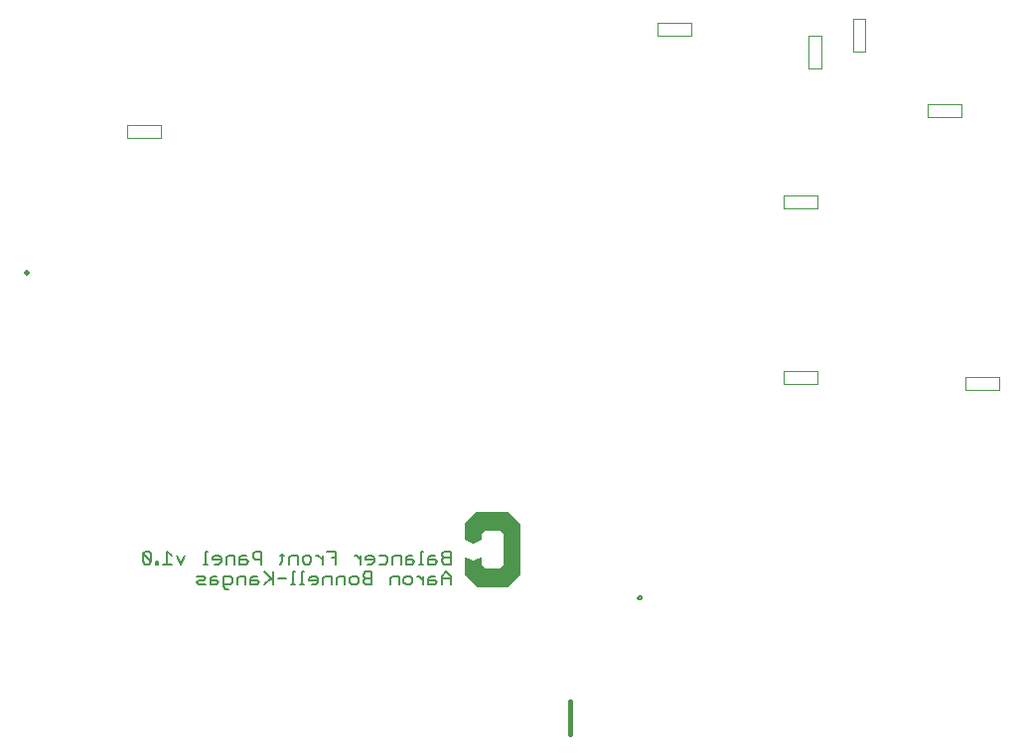
<source format=gbo>
G75*
G70*
%OFA0B0*%
%FSLAX24Y24*%
%IPPOS*%
%LPD*%
%AMOC8*
5,1,8,0,0,1.08239X$1,22.5*
%
%ADD10C,0.0060*%
%ADD11C,0.0039*%
%ADD12C,0.0050*%
%ADD13C,0.0004*%
%ADD14C,0.0150*%
D10*
X007852Y007055D02*
X007924Y007127D01*
X008068Y007127D01*
X008140Y007199D01*
X008068Y007271D01*
X007852Y007271D01*
X007852Y007055D02*
X007924Y006983D01*
X008140Y006983D01*
X008305Y006983D02*
X008305Y007199D01*
X008377Y007271D01*
X008521Y007271D01*
X008521Y007127D02*
X008305Y007127D01*
X008305Y006983D02*
X008521Y006983D01*
X008593Y007055D01*
X008521Y007127D01*
X008758Y007271D02*
X008974Y007271D01*
X009046Y007199D01*
X009046Y007055D01*
X008974Y006983D01*
X008758Y006983D01*
X008758Y006911D02*
X008758Y007271D01*
X008758Y006911D02*
X008830Y006838D01*
X008902Y006838D01*
X009211Y006983D02*
X009211Y007199D01*
X009283Y007271D01*
X009499Y007271D01*
X009499Y006983D01*
X009664Y006983D02*
X009880Y006983D01*
X009952Y007055D01*
X009880Y007127D01*
X009664Y007127D01*
X009664Y007199D02*
X009664Y006983D01*
X009664Y007199D02*
X009736Y007271D01*
X009880Y007271D01*
X010117Y007415D02*
X010405Y007127D01*
X010333Y007199D02*
X010117Y006983D01*
X010405Y006983D02*
X010405Y007415D01*
X010570Y007199D02*
X010859Y007199D01*
X011016Y006983D02*
X011161Y006983D01*
X011089Y006983D02*
X011089Y007415D01*
X011161Y007415D01*
X011391Y007415D02*
X011391Y006983D01*
X011463Y006983D02*
X011319Y006983D01*
X011628Y007127D02*
X011916Y007127D01*
X011916Y007055D02*
X011916Y007199D01*
X011844Y007271D01*
X011700Y007271D01*
X011628Y007199D01*
X011628Y007127D01*
X011700Y006983D02*
X011844Y006983D01*
X011916Y007055D01*
X012081Y006983D02*
X012081Y007199D01*
X012153Y007271D01*
X012369Y007271D01*
X012369Y006983D01*
X012534Y006983D02*
X012534Y007199D01*
X012606Y007271D01*
X012822Y007271D01*
X012822Y006983D01*
X012987Y007055D02*
X012987Y007199D01*
X013059Y007271D01*
X013203Y007271D01*
X013275Y007199D01*
X013275Y007055D01*
X013203Y006983D01*
X013059Y006983D01*
X012987Y007055D01*
X013440Y007055D02*
X013512Y006983D01*
X013728Y006983D01*
X013728Y007415D01*
X013512Y007415D01*
X013440Y007343D01*
X013440Y007271D01*
X013512Y007199D01*
X013728Y007199D01*
X013512Y007199D02*
X013440Y007127D01*
X013440Y007055D01*
X013351Y007672D02*
X013351Y007960D01*
X013351Y007816D02*
X013207Y007960D01*
X013134Y007960D01*
X013515Y007888D02*
X013515Y007816D01*
X013804Y007816D01*
X013804Y007744D02*
X013804Y007888D01*
X013732Y007960D01*
X013588Y007960D01*
X013515Y007888D01*
X013588Y007672D02*
X013732Y007672D01*
X013804Y007744D01*
X013969Y007672D02*
X014185Y007672D01*
X014257Y007744D01*
X014257Y007888D01*
X014185Y007960D01*
X013969Y007960D01*
X014422Y007888D02*
X014422Y007672D01*
X014422Y007888D02*
X014494Y007960D01*
X014710Y007960D01*
X014710Y007672D01*
X014875Y007672D02*
X014875Y007888D01*
X014947Y007960D01*
X015091Y007960D01*
X015091Y007816D02*
X014875Y007816D01*
X014875Y007672D02*
X015091Y007672D01*
X015163Y007744D01*
X015091Y007816D01*
X015321Y007672D02*
X015465Y007672D01*
X015393Y007672D02*
X015393Y008104D01*
X015465Y008104D01*
X015630Y007888D02*
X015630Y007672D01*
X015846Y007672D01*
X015918Y007744D01*
X015846Y007816D01*
X015630Y007816D01*
X015630Y007888D02*
X015702Y007960D01*
X015846Y007960D01*
X016083Y007960D02*
X016155Y007888D01*
X016371Y007888D01*
X016155Y007888D02*
X016083Y007816D01*
X016083Y007744D01*
X016155Y007672D01*
X016371Y007672D01*
X016371Y008104D01*
X016155Y008104D01*
X016083Y008032D01*
X016083Y007960D01*
X016227Y007415D02*
X016083Y007271D01*
X016083Y006983D01*
X015918Y007055D02*
X015846Y007127D01*
X015630Y007127D01*
X015630Y007199D02*
X015630Y006983D01*
X015846Y006983D01*
X015918Y007055D01*
X016083Y007199D02*
X016371Y007199D01*
X016371Y007271D02*
X016227Y007415D01*
X016371Y007271D02*
X016371Y006983D01*
X015846Y007271D02*
X015702Y007271D01*
X015630Y007199D01*
X015465Y007271D02*
X015465Y006983D01*
X015465Y007127D02*
X015321Y007271D01*
X015249Y007271D01*
X015088Y007199D02*
X015088Y007055D01*
X015016Y006983D01*
X014871Y006983D01*
X014799Y007055D01*
X014799Y007199D01*
X014871Y007271D01*
X015016Y007271D01*
X015088Y007199D01*
X014634Y007271D02*
X014634Y006983D01*
X014346Y006983D02*
X014346Y007199D01*
X014418Y007271D01*
X014634Y007271D01*
X012520Y007672D02*
X012520Y008104D01*
X012232Y008104D01*
X012067Y007960D02*
X012067Y007672D01*
X012067Y007816D02*
X011923Y007960D01*
X011851Y007960D01*
X011689Y007888D02*
X011689Y007744D01*
X011617Y007672D01*
X011473Y007672D01*
X011401Y007744D01*
X011401Y007888D01*
X011473Y007960D01*
X011617Y007960D01*
X011689Y007888D01*
X011236Y007960D02*
X011236Y007672D01*
X011236Y007960D02*
X011020Y007960D01*
X010948Y007888D01*
X010948Y007672D01*
X010711Y007744D02*
X010711Y008032D01*
X010783Y007960D02*
X010639Y007960D01*
X010711Y007744D02*
X010639Y007672D01*
X010028Y007672D02*
X010028Y008104D01*
X009812Y008104D01*
X009740Y008032D01*
X009740Y007888D01*
X009812Y007816D01*
X010028Y007816D01*
X009575Y007744D02*
X009503Y007816D01*
X009286Y007816D01*
X009286Y007888D02*
X009286Y007672D01*
X009503Y007672D01*
X009575Y007744D01*
X009503Y007960D02*
X009359Y007960D01*
X009286Y007888D01*
X009122Y007960D02*
X008905Y007960D01*
X008833Y007888D01*
X008833Y007672D01*
X008669Y007744D02*
X008669Y007888D01*
X008596Y007960D01*
X008452Y007960D01*
X008380Y007888D01*
X008380Y007816D01*
X008669Y007816D01*
X008669Y007744D02*
X008596Y007672D01*
X008452Y007672D01*
X008215Y007672D02*
X008071Y007672D01*
X008143Y007672D02*
X008143Y008104D01*
X008215Y008104D01*
X007460Y007960D02*
X007316Y007672D01*
X007172Y007960D01*
X007007Y007960D02*
X006863Y008104D01*
X006863Y007672D01*
X007007Y007672D02*
X006719Y007672D01*
X006554Y007672D02*
X006482Y007672D01*
X006482Y007744D01*
X006554Y007744D01*
X006554Y007672D01*
X006327Y007744D02*
X006039Y008032D01*
X006039Y007744D01*
X006111Y007672D01*
X006255Y007672D01*
X006327Y007744D01*
X006327Y008032D01*
X006255Y008104D01*
X006111Y008104D01*
X006039Y008032D01*
X009122Y007960D02*
X009122Y007672D01*
X011391Y007415D02*
X011463Y007415D01*
X012376Y007888D02*
X012520Y007888D01*
D11*
X006638Y021992D02*
X005516Y021992D01*
X005516Y022425D01*
X006638Y022425D01*
X006638Y021992D01*
X023311Y025437D02*
X024433Y025437D01*
X024433Y025870D01*
X023311Y025870D01*
X023311Y025437D01*
X028390Y025437D02*
X028390Y024315D01*
X028823Y024315D01*
X028823Y025437D01*
X028390Y025437D01*
X029866Y024886D02*
X029866Y026008D01*
X030299Y026008D01*
X030299Y024886D01*
X029866Y024886D01*
X032386Y023114D02*
X032386Y022681D01*
X033508Y022681D01*
X033508Y023114D01*
X032386Y023114D01*
X028685Y020063D02*
X027563Y020063D01*
X027563Y019630D01*
X028685Y019630D01*
X028685Y020063D01*
X028685Y014157D02*
X027563Y014157D01*
X027563Y013724D01*
X028685Y013724D01*
X028685Y014157D01*
X033665Y013960D02*
X033665Y013527D01*
X034787Y013527D01*
X034787Y013960D01*
X033665Y013960D01*
D12*
X022664Y006539D02*
X022666Y006553D01*
X022672Y006567D01*
X022680Y006579D01*
X022692Y006587D01*
X022706Y006593D01*
X022720Y006595D01*
X022734Y006593D01*
X022748Y006587D01*
X022760Y006579D01*
X022768Y006567D01*
X022774Y006553D01*
X022776Y006539D01*
X022774Y006525D01*
X022768Y006511D01*
X022760Y006499D01*
X022748Y006491D01*
X022734Y006485D01*
X022720Y006483D01*
X022706Y006485D01*
X022692Y006491D01*
X022680Y006499D01*
X022672Y006511D01*
X022666Y006525D01*
X022664Y006539D01*
X002093Y017464D02*
X002095Y017478D01*
X002101Y017492D01*
X002109Y017504D01*
X002121Y017512D01*
X002135Y017518D01*
X002149Y017520D01*
X002163Y017518D01*
X002177Y017512D01*
X002189Y017504D01*
X002197Y017492D01*
X002203Y017478D01*
X002205Y017464D01*
X002203Y017450D01*
X002197Y017436D01*
X002189Y017424D01*
X002177Y017416D01*
X002163Y017410D01*
X002149Y017408D01*
X002135Y017410D01*
X002121Y017416D01*
X002109Y017424D01*
X002101Y017436D01*
X002095Y017450D01*
X002093Y017464D01*
D13*
X016834Y009020D02*
X016834Y008527D01*
X017110Y008409D01*
X017386Y008527D01*
X017386Y008724D01*
X017484Y008823D01*
X018035Y008823D01*
X018134Y008724D01*
X018134Y007622D01*
X018685Y007622D01*
X018685Y007620D02*
X018131Y007620D01*
X018134Y007622D02*
X018035Y007523D01*
X017504Y007523D01*
X017386Y007642D01*
X016834Y007642D01*
X016834Y007644D02*
X017386Y007644D01*
X017386Y007642D02*
X017386Y007897D01*
X017385Y007897D01*
X017386Y007897D02*
X017110Y007779D01*
X016834Y007897D01*
X016835Y007897D01*
X016834Y007897D02*
X016834Y007346D01*
X017248Y006933D01*
X018271Y006933D01*
X018685Y007346D01*
X018685Y009020D01*
X018271Y009433D01*
X017248Y009433D01*
X016834Y009020D01*
X016834Y009018D02*
X018685Y009018D01*
X018685Y009016D02*
X016834Y009016D01*
X016834Y009014D02*
X018685Y009014D01*
X018685Y009011D02*
X016834Y009011D01*
X016834Y009009D02*
X018685Y009009D01*
X018685Y009006D02*
X016834Y009006D01*
X016834Y009004D02*
X018685Y009004D01*
X018685Y009001D02*
X016834Y009001D01*
X016834Y008999D02*
X018685Y008999D01*
X018685Y008996D02*
X016834Y008996D01*
X016834Y008994D02*
X018685Y008994D01*
X018685Y008991D02*
X016834Y008991D01*
X016834Y008989D02*
X018685Y008989D01*
X018685Y008986D02*
X016834Y008986D01*
X016834Y008984D02*
X018685Y008984D01*
X018685Y008981D02*
X016834Y008981D01*
X016834Y008979D02*
X018685Y008979D01*
X018685Y008976D02*
X016834Y008976D01*
X016834Y008974D02*
X018685Y008974D01*
X018685Y008971D02*
X016834Y008971D01*
X016834Y008969D02*
X018685Y008969D01*
X018685Y008966D02*
X016834Y008966D01*
X016834Y008964D02*
X018685Y008964D01*
X018685Y008961D02*
X016834Y008961D01*
X016834Y008959D02*
X018685Y008959D01*
X018685Y008956D02*
X016834Y008956D01*
X016834Y008954D02*
X018685Y008954D01*
X018685Y008951D02*
X016834Y008951D01*
X016834Y008949D02*
X018685Y008949D01*
X018685Y008947D02*
X016834Y008947D01*
X016834Y008944D02*
X018685Y008944D01*
X018685Y008942D02*
X016834Y008942D01*
X016834Y008939D02*
X018685Y008939D01*
X018685Y008937D02*
X016834Y008937D01*
X016834Y008934D02*
X018685Y008934D01*
X018685Y008932D02*
X016834Y008932D01*
X016834Y008929D02*
X018685Y008929D01*
X018685Y008927D02*
X016834Y008927D01*
X016834Y008924D02*
X018685Y008924D01*
X018685Y008922D02*
X016834Y008922D01*
X016834Y008919D02*
X018685Y008919D01*
X018685Y008917D02*
X016834Y008917D01*
X016834Y008914D02*
X018685Y008914D01*
X018685Y008912D02*
X016834Y008912D01*
X016834Y008909D02*
X018685Y008909D01*
X018685Y008907D02*
X016834Y008907D01*
X016834Y008904D02*
X018685Y008904D01*
X018685Y008902D02*
X016834Y008902D01*
X016834Y008899D02*
X018685Y008899D01*
X018685Y008897D02*
X016834Y008897D01*
X016834Y008894D02*
X018685Y008894D01*
X018685Y008892D02*
X016834Y008892D01*
X016834Y008889D02*
X018685Y008889D01*
X018685Y008887D02*
X016834Y008887D01*
X016834Y008885D02*
X018685Y008885D01*
X018685Y008882D02*
X016834Y008882D01*
X016834Y008880D02*
X018685Y008880D01*
X018685Y008877D02*
X016834Y008877D01*
X016834Y008875D02*
X018685Y008875D01*
X018685Y008872D02*
X016834Y008872D01*
X016834Y008870D02*
X018685Y008870D01*
X018685Y008867D02*
X016834Y008867D01*
X016834Y008865D02*
X018685Y008865D01*
X018685Y008862D02*
X016834Y008862D01*
X016834Y008860D02*
X018685Y008860D01*
X018685Y008857D02*
X016834Y008857D01*
X016834Y008855D02*
X018685Y008855D01*
X018685Y008852D02*
X016834Y008852D01*
X016834Y008850D02*
X018685Y008850D01*
X018685Y008847D02*
X016834Y008847D01*
X016834Y008845D02*
X018685Y008845D01*
X018685Y008842D02*
X016834Y008842D01*
X016834Y008840D02*
X018685Y008840D01*
X018685Y008837D02*
X016834Y008837D01*
X016834Y008835D02*
X018685Y008835D01*
X018685Y008832D02*
X016834Y008832D01*
X016834Y008830D02*
X018685Y008830D01*
X018685Y008827D02*
X016834Y008827D01*
X016834Y008825D02*
X018685Y008825D01*
X018685Y008823D02*
X018035Y008823D01*
X018038Y008820D02*
X018685Y008820D01*
X018685Y008818D02*
X018040Y008818D01*
X018043Y008815D02*
X018685Y008815D01*
X018685Y008813D02*
X018045Y008813D01*
X018048Y008810D02*
X018685Y008810D01*
X018685Y008808D02*
X018050Y008808D01*
X018053Y008805D02*
X018685Y008805D01*
X018685Y008803D02*
X018055Y008803D01*
X018058Y008800D02*
X018685Y008800D01*
X018685Y008798D02*
X018060Y008798D01*
X018063Y008795D02*
X018685Y008795D01*
X018685Y008793D02*
X018065Y008793D01*
X018068Y008790D02*
X018685Y008790D01*
X018685Y008788D02*
X018070Y008788D01*
X018073Y008785D02*
X018685Y008785D01*
X018685Y008783D02*
X018075Y008783D01*
X018078Y008780D02*
X018685Y008780D01*
X018685Y008778D02*
X018080Y008778D01*
X018083Y008775D02*
X018685Y008775D01*
X018685Y008773D02*
X018085Y008773D01*
X018088Y008770D02*
X018685Y008770D01*
X018685Y008768D02*
X018090Y008768D01*
X018092Y008765D02*
X018685Y008765D01*
X018685Y008763D02*
X018095Y008763D01*
X018097Y008761D02*
X018685Y008761D01*
X018685Y008758D02*
X018100Y008758D01*
X018102Y008756D02*
X018685Y008756D01*
X018685Y008753D02*
X018105Y008753D01*
X018107Y008751D02*
X018685Y008751D01*
X018685Y008748D02*
X018110Y008748D01*
X018112Y008746D02*
X018685Y008746D01*
X018685Y008743D02*
X018115Y008743D01*
X018117Y008741D02*
X018685Y008741D01*
X018685Y008738D02*
X018120Y008738D01*
X018122Y008736D02*
X018685Y008736D01*
X018685Y008733D02*
X018125Y008733D01*
X018127Y008731D02*
X018685Y008731D01*
X018685Y008728D02*
X018130Y008728D01*
X018132Y008726D02*
X018685Y008726D01*
X018685Y008723D02*
X018134Y008723D01*
X018134Y008721D02*
X018685Y008721D01*
X018685Y008718D02*
X018134Y008718D01*
X018134Y008716D02*
X018685Y008716D01*
X018685Y008713D02*
X018134Y008713D01*
X018134Y008711D02*
X018685Y008711D01*
X018685Y008708D02*
X018134Y008708D01*
X018134Y008706D02*
X018685Y008706D01*
X018685Y008703D02*
X018134Y008703D01*
X018134Y008701D02*
X018685Y008701D01*
X018685Y008699D02*
X018134Y008699D01*
X018134Y008696D02*
X018685Y008696D01*
X018685Y008694D02*
X018134Y008694D01*
X018134Y008691D02*
X018685Y008691D01*
X018685Y008689D02*
X018134Y008689D01*
X018134Y008686D02*
X018685Y008686D01*
X018685Y008684D02*
X018134Y008684D01*
X018134Y008681D02*
X018685Y008681D01*
X018685Y008679D02*
X018134Y008679D01*
X018134Y008676D02*
X018685Y008676D01*
X018685Y008674D02*
X018134Y008674D01*
X018134Y008671D02*
X018685Y008671D01*
X018685Y008669D02*
X018134Y008669D01*
X018134Y008666D02*
X018685Y008666D01*
X018685Y008664D02*
X018134Y008664D01*
X018134Y008661D02*
X018685Y008661D01*
X018685Y008659D02*
X018134Y008659D01*
X018134Y008656D02*
X018685Y008656D01*
X018685Y008654D02*
X018134Y008654D01*
X018134Y008651D02*
X018685Y008651D01*
X018685Y008649D02*
X018134Y008649D01*
X018134Y008646D02*
X018685Y008646D01*
X018685Y008644D02*
X018134Y008644D01*
X018134Y008641D02*
X018685Y008641D01*
X018685Y008639D02*
X018134Y008639D01*
X018134Y008636D02*
X018685Y008636D01*
X018685Y008634D02*
X018134Y008634D01*
X018134Y008632D02*
X018685Y008632D01*
X018685Y008629D02*
X018134Y008629D01*
X018134Y008627D02*
X018685Y008627D01*
X018685Y008624D02*
X018134Y008624D01*
X018134Y008622D02*
X018685Y008622D01*
X018685Y008619D02*
X018134Y008619D01*
X018134Y008617D02*
X018685Y008617D01*
X018685Y008614D02*
X018134Y008614D01*
X018134Y008612D02*
X018685Y008612D01*
X018685Y008609D02*
X018134Y008609D01*
X018134Y008607D02*
X018685Y008607D01*
X018685Y008604D02*
X018134Y008604D01*
X018134Y008602D02*
X018685Y008602D01*
X018685Y008599D02*
X018134Y008599D01*
X018134Y008597D02*
X018685Y008597D01*
X018685Y008594D02*
X018134Y008594D01*
X018134Y008592D02*
X018685Y008592D01*
X018685Y008589D02*
X018134Y008589D01*
X018134Y008587D02*
X018685Y008587D01*
X018685Y008584D02*
X018134Y008584D01*
X018134Y008582D02*
X018685Y008582D01*
X018685Y008579D02*
X018134Y008579D01*
X018134Y008577D02*
X018685Y008577D01*
X018685Y008574D02*
X018134Y008574D01*
X018134Y008572D02*
X018685Y008572D01*
X018685Y008570D02*
X018134Y008570D01*
X018134Y008567D02*
X018685Y008567D01*
X018685Y008565D02*
X018134Y008565D01*
X018134Y008562D02*
X018685Y008562D01*
X018685Y008560D02*
X018134Y008560D01*
X018134Y008557D02*
X018685Y008557D01*
X018685Y008555D02*
X018134Y008555D01*
X018134Y008552D02*
X018685Y008552D01*
X018685Y008550D02*
X018134Y008550D01*
X018134Y008547D02*
X018685Y008547D01*
X018685Y008545D02*
X018134Y008545D01*
X018134Y008542D02*
X018685Y008542D01*
X018685Y008540D02*
X018134Y008540D01*
X018134Y008537D02*
X018685Y008537D01*
X018685Y008535D02*
X018134Y008535D01*
X018134Y008532D02*
X018685Y008532D01*
X018685Y008530D02*
X018134Y008530D01*
X018134Y008527D02*
X018685Y008527D01*
X018685Y008525D02*
X018134Y008525D01*
X018134Y008522D02*
X018685Y008522D01*
X018685Y008520D02*
X018134Y008520D01*
X018134Y008517D02*
X018685Y008517D01*
X018685Y008515D02*
X018134Y008515D01*
X018134Y008512D02*
X018685Y008512D01*
X018685Y008510D02*
X018134Y008510D01*
X018134Y008508D02*
X018685Y008508D01*
X018685Y008505D02*
X018134Y008505D01*
X018134Y008503D02*
X018685Y008503D01*
X018685Y008500D02*
X018134Y008500D01*
X018134Y008498D02*
X018685Y008498D01*
X018685Y008495D02*
X018134Y008495D01*
X018134Y008493D02*
X018685Y008493D01*
X018685Y008490D02*
X018134Y008490D01*
X018134Y008488D02*
X018685Y008488D01*
X018685Y008485D02*
X018134Y008485D01*
X018134Y008483D02*
X018685Y008483D01*
X018685Y008480D02*
X018134Y008480D01*
X018134Y008478D02*
X018685Y008478D01*
X018685Y008475D02*
X018134Y008475D01*
X018134Y008473D02*
X018685Y008473D01*
X018685Y008470D02*
X018134Y008470D01*
X018134Y008468D02*
X018685Y008468D01*
X018685Y008465D02*
X018134Y008465D01*
X018134Y008463D02*
X018685Y008463D01*
X018685Y008460D02*
X018134Y008460D01*
X018134Y008458D02*
X018685Y008458D01*
X018685Y008455D02*
X018134Y008455D01*
X018134Y008453D02*
X018685Y008453D01*
X018685Y008450D02*
X018134Y008450D01*
X018134Y008448D02*
X018685Y008448D01*
X018685Y008446D02*
X018134Y008446D01*
X018134Y008443D02*
X018685Y008443D01*
X018685Y008441D02*
X018134Y008441D01*
X018134Y008438D02*
X018685Y008438D01*
X018685Y008436D02*
X018134Y008436D01*
X018134Y008433D02*
X018685Y008433D01*
X018685Y008431D02*
X018134Y008431D01*
X018134Y008428D02*
X018685Y008428D01*
X018685Y008426D02*
X018134Y008426D01*
X018134Y008423D02*
X018685Y008423D01*
X018685Y008421D02*
X018134Y008421D01*
X018134Y008418D02*
X018685Y008418D01*
X018685Y008416D02*
X018134Y008416D01*
X018134Y008413D02*
X018685Y008413D01*
X018685Y008411D02*
X018134Y008411D01*
X018134Y008408D02*
X018685Y008408D01*
X018685Y008406D02*
X018134Y008406D01*
X018134Y008403D02*
X018685Y008403D01*
X018685Y008401D02*
X018134Y008401D01*
X018134Y008398D02*
X018685Y008398D01*
X018685Y008396D02*
X018134Y008396D01*
X018134Y008393D02*
X018685Y008393D01*
X018685Y008391D02*
X018134Y008391D01*
X018134Y008388D02*
X018685Y008388D01*
X018685Y008386D02*
X018134Y008386D01*
X018134Y008384D02*
X018685Y008384D01*
X018685Y008381D02*
X018134Y008381D01*
X018134Y008379D02*
X018685Y008379D01*
X018685Y008376D02*
X018134Y008376D01*
X018134Y008374D02*
X018685Y008374D01*
X018685Y008371D02*
X018134Y008371D01*
X018134Y008369D02*
X018685Y008369D01*
X018685Y008366D02*
X018134Y008366D01*
X018134Y008364D02*
X018685Y008364D01*
X018685Y008361D02*
X018134Y008361D01*
X018134Y008359D02*
X018685Y008359D01*
X018685Y008356D02*
X018134Y008356D01*
X018134Y008354D02*
X018685Y008354D01*
X018685Y008351D02*
X018134Y008351D01*
X018134Y008349D02*
X018685Y008349D01*
X018685Y008346D02*
X018134Y008346D01*
X018134Y008344D02*
X018685Y008344D01*
X018685Y008341D02*
X018134Y008341D01*
X018134Y008339D02*
X018685Y008339D01*
X018685Y008336D02*
X018134Y008336D01*
X018134Y008334D02*
X018685Y008334D01*
X018685Y008331D02*
X018134Y008331D01*
X018134Y008329D02*
X018685Y008329D01*
X018685Y008326D02*
X018134Y008326D01*
X018134Y008324D02*
X018685Y008324D01*
X018685Y008321D02*
X018134Y008321D01*
X018134Y008319D02*
X018685Y008319D01*
X018685Y008317D02*
X018134Y008317D01*
X018134Y008314D02*
X018685Y008314D01*
X018685Y008312D02*
X018134Y008312D01*
X018134Y008309D02*
X018685Y008309D01*
X018685Y008307D02*
X018134Y008307D01*
X018134Y008304D02*
X018685Y008304D01*
X018685Y008302D02*
X018134Y008302D01*
X018134Y008299D02*
X018685Y008299D01*
X018685Y008297D02*
X018134Y008297D01*
X018134Y008294D02*
X018685Y008294D01*
X018685Y008292D02*
X018134Y008292D01*
X018134Y008289D02*
X018685Y008289D01*
X018685Y008287D02*
X018134Y008287D01*
X018134Y008284D02*
X018685Y008284D01*
X018685Y008282D02*
X018134Y008282D01*
X018134Y008279D02*
X018685Y008279D01*
X018685Y008277D02*
X018134Y008277D01*
X018134Y008274D02*
X018685Y008274D01*
X018685Y008272D02*
X018134Y008272D01*
X018134Y008269D02*
X018685Y008269D01*
X018685Y008267D02*
X018134Y008267D01*
X018134Y008264D02*
X018685Y008264D01*
X018685Y008262D02*
X018134Y008262D01*
X018134Y008259D02*
X018685Y008259D01*
X018685Y008257D02*
X018134Y008257D01*
X018134Y008255D02*
X018685Y008255D01*
X018685Y008252D02*
X018134Y008252D01*
X018134Y008250D02*
X018685Y008250D01*
X018685Y008247D02*
X018134Y008247D01*
X018134Y008245D02*
X018685Y008245D01*
X018685Y008242D02*
X018134Y008242D01*
X018134Y008240D02*
X018685Y008240D01*
X018685Y008237D02*
X018134Y008237D01*
X018134Y008235D02*
X018685Y008235D01*
X018685Y008232D02*
X018134Y008232D01*
X018134Y008230D02*
X018685Y008230D01*
X018685Y008227D02*
X018134Y008227D01*
X018134Y008225D02*
X018685Y008225D01*
X018685Y008222D02*
X018134Y008222D01*
X018134Y008220D02*
X018685Y008220D01*
X018685Y008217D02*
X018134Y008217D01*
X018134Y008215D02*
X018685Y008215D01*
X018685Y008212D02*
X018134Y008212D01*
X018134Y008210D02*
X018685Y008210D01*
X018685Y008207D02*
X018134Y008207D01*
X018134Y008205D02*
X018685Y008205D01*
X018685Y008202D02*
X018134Y008202D01*
X018134Y008200D02*
X018685Y008200D01*
X018685Y008197D02*
X018134Y008197D01*
X018134Y008195D02*
X018685Y008195D01*
X018685Y008193D02*
X018134Y008193D01*
X018134Y008190D02*
X018685Y008190D01*
X018685Y008188D02*
X018134Y008188D01*
X018134Y008185D02*
X018685Y008185D01*
X018685Y008183D02*
X018134Y008183D01*
X018134Y008180D02*
X018685Y008180D01*
X018685Y008178D02*
X018134Y008178D01*
X018134Y008175D02*
X018685Y008175D01*
X018685Y008173D02*
X018134Y008173D01*
X018134Y008170D02*
X018685Y008170D01*
X018685Y008168D02*
X018134Y008168D01*
X018134Y008165D02*
X018685Y008165D01*
X018685Y008163D02*
X018134Y008163D01*
X018134Y008160D02*
X018685Y008160D01*
X018685Y008158D02*
X018134Y008158D01*
X018134Y008155D02*
X018685Y008155D01*
X018685Y008153D02*
X018134Y008153D01*
X018134Y008150D02*
X018685Y008150D01*
X018685Y008148D02*
X018134Y008148D01*
X018134Y008145D02*
X018685Y008145D01*
X018685Y008143D02*
X018134Y008143D01*
X018134Y008140D02*
X018685Y008140D01*
X018685Y008138D02*
X018134Y008138D01*
X018134Y008135D02*
X018685Y008135D01*
X018685Y008133D02*
X018134Y008133D01*
X018134Y008131D02*
X018685Y008131D01*
X018685Y008128D02*
X018134Y008128D01*
X018134Y008126D02*
X018685Y008126D01*
X018685Y008123D02*
X018134Y008123D01*
X018134Y008121D02*
X018685Y008121D01*
X018685Y008118D02*
X018134Y008118D01*
X018134Y008116D02*
X018685Y008116D01*
X018685Y008113D02*
X018134Y008113D01*
X018134Y008111D02*
X018685Y008111D01*
X018685Y008108D02*
X018134Y008108D01*
X018134Y008106D02*
X018685Y008106D01*
X018685Y008103D02*
X018134Y008103D01*
X018134Y008101D02*
X018685Y008101D01*
X018685Y008098D02*
X018134Y008098D01*
X018134Y008096D02*
X018685Y008096D01*
X018685Y008093D02*
X018134Y008093D01*
X018134Y008091D02*
X018685Y008091D01*
X018685Y008088D02*
X018134Y008088D01*
X018134Y008086D02*
X018685Y008086D01*
X018685Y008083D02*
X018134Y008083D01*
X018134Y008081D02*
X018685Y008081D01*
X018685Y008078D02*
X018134Y008078D01*
X018134Y008076D02*
X018685Y008076D01*
X018685Y008073D02*
X018134Y008073D01*
X018134Y008071D02*
X018685Y008071D01*
X018685Y008069D02*
X018134Y008069D01*
X018134Y008066D02*
X018685Y008066D01*
X018685Y008064D02*
X018134Y008064D01*
X018134Y008061D02*
X018685Y008061D01*
X018685Y008059D02*
X018134Y008059D01*
X018134Y008056D02*
X018685Y008056D01*
X018685Y008054D02*
X018134Y008054D01*
X018134Y008051D02*
X018685Y008051D01*
X018685Y008049D02*
X018134Y008049D01*
X018134Y008046D02*
X018685Y008046D01*
X018685Y008044D02*
X018134Y008044D01*
X018134Y008041D02*
X018685Y008041D01*
X018685Y008039D02*
X018134Y008039D01*
X018134Y008036D02*
X018685Y008036D01*
X018685Y008034D02*
X018134Y008034D01*
X018134Y008031D02*
X018685Y008031D01*
X018685Y008029D02*
X018134Y008029D01*
X018134Y008026D02*
X018685Y008026D01*
X018685Y008024D02*
X018134Y008024D01*
X018134Y008021D02*
X018685Y008021D01*
X018685Y008019D02*
X018134Y008019D01*
X018134Y008016D02*
X018685Y008016D01*
X018685Y008014D02*
X018134Y008014D01*
X018134Y008011D02*
X018685Y008011D01*
X018685Y008009D02*
X018134Y008009D01*
X018134Y008006D02*
X018685Y008006D01*
X018685Y008004D02*
X018134Y008004D01*
X018134Y008002D02*
X018685Y008002D01*
X018685Y007999D02*
X018134Y007999D01*
X018134Y007997D02*
X018685Y007997D01*
X018685Y007994D02*
X018134Y007994D01*
X018134Y007992D02*
X018685Y007992D01*
X018685Y007989D02*
X018134Y007989D01*
X018134Y007987D02*
X018685Y007987D01*
X018685Y007984D02*
X018134Y007984D01*
X018134Y007982D02*
X018685Y007982D01*
X018685Y007979D02*
X018134Y007979D01*
X018134Y007977D02*
X018685Y007977D01*
X018685Y007974D02*
X018134Y007974D01*
X018134Y007972D02*
X018685Y007972D01*
X018685Y007969D02*
X018134Y007969D01*
X018134Y007967D02*
X018685Y007967D01*
X018685Y007964D02*
X018134Y007964D01*
X018134Y007962D02*
X018685Y007962D01*
X018685Y007959D02*
X018134Y007959D01*
X018134Y007957D02*
X018685Y007957D01*
X018685Y007954D02*
X018134Y007954D01*
X018134Y007952D02*
X018685Y007952D01*
X018685Y007949D02*
X018134Y007949D01*
X018134Y007947D02*
X018685Y007947D01*
X018685Y007944D02*
X018134Y007944D01*
X018134Y007942D02*
X018685Y007942D01*
X018685Y007940D02*
X018134Y007940D01*
X018134Y007937D02*
X018685Y007937D01*
X018685Y007935D02*
X018134Y007935D01*
X018134Y007932D02*
X018685Y007932D01*
X018685Y007930D02*
X018134Y007930D01*
X018134Y007927D02*
X018685Y007927D01*
X018685Y007925D02*
X018134Y007925D01*
X018134Y007922D02*
X018685Y007922D01*
X018685Y007920D02*
X018134Y007920D01*
X018134Y007917D02*
X018685Y007917D01*
X018685Y007915D02*
X018134Y007915D01*
X018134Y007912D02*
X018685Y007912D01*
X018685Y007910D02*
X018134Y007910D01*
X018134Y007907D02*
X018685Y007907D01*
X018685Y007905D02*
X018134Y007905D01*
X018134Y007902D02*
X018685Y007902D01*
X018685Y007900D02*
X018134Y007900D01*
X018134Y007897D02*
X018685Y007897D01*
X018685Y007895D02*
X018134Y007895D01*
X018134Y007892D02*
X018685Y007892D01*
X018685Y007890D02*
X018134Y007890D01*
X018134Y007887D02*
X018685Y007887D01*
X018685Y007885D02*
X018134Y007885D01*
X018134Y007882D02*
X018685Y007882D01*
X018685Y007880D02*
X018134Y007880D01*
X018134Y007878D02*
X018685Y007878D01*
X018685Y007875D02*
X018134Y007875D01*
X018134Y007873D02*
X018685Y007873D01*
X018685Y007870D02*
X018134Y007870D01*
X018134Y007868D02*
X018685Y007868D01*
X018685Y007865D02*
X018134Y007865D01*
X018134Y007863D02*
X018685Y007863D01*
X018685Y007860D02*
X018134Y007860D01*
X018134Y007858D02*
X018685Y007858D01*
X018685Y007855D02*
X018134Y007855D01*
X018134Y007853D02*
X018685Y007853D01*
X018685Y007850D02*
X018134Y007850D01*
X018134Y007848D02*
X018685Y007848D01*
X018685Y007845D02*
X018134Y007845D01*
X018134Y007843D02*
X018685Y007843D01*
X018685Y007840D02*
X018134Y007840D01*
X018134Y007838D02*
X018685Y007838D01*
X018685Y007835D02*
X018134Y007835D01*
X018134Y007833D02*
X018685Y007833D01*
X018685Y007830D02*
X018134Y007830D01*
X018134Y007828D02*
X018685Y007828D01*
X018685Y007825D02*
X018134Y007825D01*
X018134Y007823D02*
X018685Y007823D01*
X018685Y007820D02*
X018134Y007820D01*
X018134Y007818D02*
X018685Y007818D01*
X018685Y007816D02*
X018134Y007816D01*
X018134Y007813D02*
X018685Y007813D01*
X018685Y007811D02*
X018134Y007811D01*
X018134Y007808D02*
X018685Y007808D01*
X018685Y007806D02*
X018134Y007806D01*
X018134Y007803D02*
X018685Y007803D01*
X018685Y007801D02*
X018134Y007801D01*
X018134Y007798D02*
X018685Y007798D01*
X018685Y007796D02*
X018134Y007796D01*
X018134Y007793D02*
X018685Y007793D01*
X018685Y007791D02*
X018134Y007791D01*
X018134Y007788D02*
X018685Y007788D01*
X018685Y007786D02*
X018134Y007786D01*
X018134Y007783D02*
X018685Y007783D01*
X018685Y007781D02*
X018134Y007781D01*
X018134Y007778D02*
X018685Y007778D01*
X018685Y007776D02*
X018134Y007776D01*
X018134Y007773D02*
X018685Y007773D01*
X018685Y007771D02*
X018134Y007771D01*
X018134Y007768D02*
X018685Y007768D01*
X018685Y007766D02*
X018134Y007766D01*
X018134Y007763D02*
X018685Y007763D01*
X018685Y007761D02*
X018134Y007761D01*
X018134Y007758D02*
X018685Y007758D01*
X018685Y007756D02*
X018134Y007756D01*
X018134Y007754D02*
X018685Y007754D01*
X018685Y007751D02*
X018134Y007751D01*
X018134Y007749D02*
X018685Y007749D01*
X018685Y007746D02*
X018134Y007746D01*
X018134Y007744D02*
X018685Y007744D01*
X018685Y007741D02*
X018134Y007741D01*
X018134Y007739D02*
X018685Y007739D01*
X018685Y007736D02*
X018134Y007736D01*
X018134Y007734D02*
X018685Y007734D01*
X018685Y007731D02*
X018134Y007731D01*
X018134Y007729D02*
X018685Y007729D01*
X018685Y007726D02*
X018134Y007726D01*
X018134Y007724D02*
X018685Y007724D01*
X018685Y007721D02*
X018134Y007721D01*
X018134Y007719D02*
X018685Y007719D01*
X018685Y007716D02*
X018134Y007716D01*
X018134Y007714D02*
X018685Y007714D01*
X018685Y007711D02*
X018134Y007711D01*
X018134Y007709D02*
X018685Y007709D01*
X018685Y007706D02*
X018134Y007706D01*
X018134Y007704D02*
X018685Y007704D01*
X018685Y007701D02*
X018134Y007701D01*
X018134Y007699D02*
X018685Y007699D01*
X018685Y007696D02*
X018134Y007696D01*
X018134Y007694D02*
X018685Y007694D01*
X018685Y007691D02*
X018134Y007691D01*
X018134Y007689D02*
X018685Y007689D01*
X018685Y007687D02*
X018134Y007687D01*
X018134Y007684D02*
X018685Y007684D01*
X018685Y007682D02*
X018134Y007682D01*
X018134Y007679D02*
X018685Y007679D01*
X018685Y007677D02*
X018134Y007677D01*
X018134Y007674D02*
X018685Y007674D01*
X018685Y007672D02*
X018134Y007672D01*
X018134Y007669D02*
X018685Y007669D01*
X018685Y007667D02*
X018134Y007667D01*
X018134Y007664D02*
X018685Y007664D01*
X018685Y007662D02*
X018134Y007662D01*
X018134Y007659D02*
X018685Y007659D01*
X018685Y007657D02*
X018134Y007657D01*
X018134Y007654D02*
X018685Y007654D01*
X018685Y007652D02*
X018134Y007652D01*
X018134Y007649D02*
X018685Y007649D01*
X018685Y007647D02*
X018134Y007647D01*
X018134Y007644D02*
X018685Y007644D01*
X018685Y007642D02*
X018134Y007642D01*
X018134Y007639D02*
X018685Y007639D01*
X018685Y007637D02*
X018134Y007637D01*
X018134Y007634D02*
X018685Y007634D01*
X018685Y007632D02*
X018134Y007632D01*
X018134Y007629D02*
X018685Y007629D01*
X018685Y007627D02*
X018134Y007627D01*
X018134Y007625D02*
X018685Y007625D01*
X018685Y007617D02*
X018129Y007617D01*
X018126Y007615D02*
X018685Y007615D01*
X018685Y007612D02*
X018124Y007612D01*
X018121Y007610D02*
X018685Y007610D01*
X018685Y007607D02*
X018119Y007607D01*
X018116Y007605D02*
X018685Y007605D01*
X018685Y007602D02*
X018114Y007602D01*
X018112Y007600D02*
X018685Y007600D01*
X018685Y007597D02*
X018109Y007597D01*
X018107Y007595D02*
X018685Y007595D01*
X018685Y007592D02*
X018104Y007592D01*
X018102Y007590D02*
X018685Y007590D01*
X018685Y007587D02*
X018099Y007587D01*
X018097Y007585D02*
X018685Y007585D01*
X018685Y007582D02*
X018094Y007582D01*
X018092Y007580D02*
X018685Y007580D01*
X018685Y007577D02*
X018089Y007577D01*
X018087Y007575D02*
X018685Y007575D01*
X018685Y007572D02*
X018084Y007572D01*
X018082Y007570D02*
X018685Y007570D01*
X018685Y007567D02*
X018079Y007567D01*
X018077Y007565D02*
X018685Y007565D01*
X018685Y007563D02*
X018074Y007563D01*
X018072Y007560D02*
X018685Y007560D01*
X018685Y007558D02*
X018069Y007558D01*
X018067Y007555D02*
X018685Y007555D01*
X018685Y007553D02*
X018064Y007553D01*
X018062Y007550D02*
X018685Y007550D01*
X018685Y007548D02*
X018059Y007548D01*
X018057Y007545D02*
X018685Y007545D01*
X018685Y007543D02*
X018054Y007543D01*
X018052Y007540D02*
X018685Y007540D01*
X018685Y007538D02*
X018050Y007538D01*
X018047Y007535D02*
X018685Y007535D01*
X018685Y007533D02*
X018045Y007533D01*
X018042Y007530D02*
X018685Y007530D01*
X018685Y007528D02*
X018040Y007528D01*
X018037Y007525D02*
X018685Y007525D01*
X018685Y007523D02*
X016834Y007523D01*
X016834Y007525D02*
X017502Y007525D01*
X017499Y007528D02*
X016834Y007528D01*
X016834Y007530D02*
X017497Y007530D01*
X017494Y007533D02*
X016834Y007533D01*
X016834Y007535D02*
X017492Y007535D01*
X017490Y007538D02*
X016834Y007538D01*
X016834Y007540D02*
X017487Y007540D01*
X017485Y007543D02*
X016834Y007543D01*
X016834Y007545D02*
X017482Y007545D01*
X017480Y007548D02*
X016834Y007548D01*
X016834Y007550D02*
X017477Y007550D01*
X017475Y007553D02*
X016834Y007553D01*
X016834Y007555D02*
X017472Y007555D01*
X017470Y007558D02*
X016834Y007558D01*
X016834Y007560D02*
X017467Y007560D01*
X017465Y007563D02*
X016834Y007563D01*
X016834Y007565D02*
X017462Y007565D01*
X017460Y007567D02*
X016834Y007567D01*
X016834Y007570D02*
X017457Y007570D01*
X017455Y007572D02*
X016834Y007572D01*
X016834Y007575D02*
X017452Y007575D01*
X017450Y007577D02*
X016834Y007577D01*
X016834Y007580D02*
X017447Y007580D01*
X017445Y007582D02*
X016834Y007582D01*
X016834Y007585D02*
X017442Y007585D01*
X017440Y007587D02*
X016834Y007587D01*
X016834Y007590D02*
X017437Y007590D01*
X017435Y007592D02*
X016834Y007592D01*
X016834Y007595D02*
X017432Y007595D01*
X017430Y007597D02*
X016834Y007597D01*
X016834Y007600D02*
X017428Y007600D01*
X017425Y007602D02*
X016834Y007602D01*
X016834Y007605D02*
X017423Y007605D01*
X017420Y007607D02*
X016834Y007607D01*
X016834Y007610D02*
X017418Y007610D01*
X017415Y007612D02*
X016834Y007612D01*
X016834Y007615D02*
X017413Y007615D01*
X017410Y007617D02*
X016834Y007617D01*
X016834Y007620D02*
X017408Y007620D01*
X017405Y007622D02*
X016834Y007622D01*
X016834Y007625D02*
X017403Y007625D01*
X017400Y007627D02*
X016834Y007627D01*
X016834Y007629D02*
X017398Y007629D01*
X017395Y007632D02*
X016834Y007632D01*
X016834Y007634D02*
X017393Y007634D01*
X017390Y007637D02*
X016834Y007637D01*
X016834Y007639D02*
X017388Y007639D01*
X017386Y007647D02*
X016834Y007647D01*
X016834Y007649D02*
X017386Y007649D01*
X017386Y007652D02*
X016834Y007652D01*
X016834Y007654D02*
X017386Y007654D01*
X017386Y007657D02*
X016834Y007657D01*
X016834Y007659D02*
X017386Y007659D01*
X017386Y007662D02*
X016834Y007662D01*
X016834Y007664D02*
X017386Y007664D01*
X017386Y007667D02*
X016834Y007667D01*
X016834Y007669D02*
X017386Y007669D01*
X017386Y007672D02*
X016834Y007672D01*
X016834Y007674D02*
X017386Y007674D01*
X017386Y007677D02*
X016834Y007677D01*
X016834Y007679D02*
X017386Y007679D01*
X017386Y007682D02*
X016834Y007682D01*
X016834Y007684D02*
X017386Y007684D01*
X017386Y007687D02*
X016834Y007687D01*
X016834Y007689D02*
X017386Y007689D01*
X017386Y007691D02*
X016834Y007691D01*
X016834Y007694D02*
X017386Y007694D01*
X017386Y007696D02*
X016834Y007696D01*
X016834Y007699D02*
X017386Y007699D01*
X017386Y007701D02*
X016834Y007701D01*
X016834Y007704D02*
X017386Y007704D01*
X017386Y007706D02*
X016834Y007706D01*
X016834Y007709D02*
X017386Y007709D01*
X017386Y007711D02*
X016834Y007711D01*
X016834Y007714D02*
X017386Y007714D01*
X017386Y007716D02*
X016834Y007716D01*
X016834Y007719D02*
X017386Y007719D01*
X017386Y007721D02*
X016834Y007721D01*
X016834Y007724D02*
X017386Y007724D01*
X017386Y007726D02*
X016834Y007726D01*
X016834Y007729D02*
X017386Y007729D01*
X017386Y007731D02*
X016834Y007731D01*
X016834Y007734D02*
X017386Y007734D01*
X017386Y007736D02*
X016834Y007736D01*
X016834Y007739D02*
X017386Y007739D01*
X017386Y007741D02*
X016834Y007741D01*
X016834Y007744D02*
X017386Y007744D01*
X017386Y007746D02*
X016834Y007746D01*
X016834Y007749D02*
X017386Y007749D01*
X017386Y007751D02*
X016834Y007751D01*
X016834Y007754D02*
X017386Y007754D01*
X017386Y007756D02*
X016834Y007756D01*
X016834Y007758D02*
X017386Y007758D01*
X017386Y007761D02*
X016834Y007761D01*
X016834Y007763D02*
X017386Y007763D01*
X017386Y007766D02*
X016834Y007766D01*
X016834Y007768D02*
X017386Y007768D01*
X017386Y007771D02*
X016834Y007771D01*
X016834Y007773D02*
X017386Y007773D01*
X017386Y007776D02*
X016834Y007776D01*
X016834Y007778D02*
X017386Y007778D01*
X017386Y007781D02*
X017113Y007781D01*
X017107Y007781D02*
X016834Y007781D01*
X016834Y007783D02*
X017101Y007783D01*
X017095Y007786D02*
X016834Y007786D01*
X016834Y007788D02*
X017089Y007788D01*
X017084Y007791D02*
X016834Y007791D01*
X016834Y007793D02*
X017078Y007793D01*
X017072Y007796D02*
X016834Y007796D01*
X016834Y007798D02*
X017066Y007798D01*
X017060Y007801D02*
X016834Y007801D01*
X016834Y007803D02*
X017055Y007803D01*
X017049Y007806D02*
X016834Y007806D01*
X016834Y007808D02*
X017043Y007808D01*
X017037Y007811D02*
X016834Y007811D01*
X016834Y007813D02*
X017032Y007813D01*
X017026Y007816D02*
X016834Y007816D01*
X016834Y007818D02*
X017020Y007818D01*
X017014Y007820D02*
X016834Y007820D01*
X016834Y007823D02*
X017008Y007823D01*
X017003Y007825D02*
X016834Y007825D01*
X016834Y007828D02*
X016997Y007828D01*
X016991Y007830D02*
X016834Y007830D01*
X016834Y007833D02*
X016985Y007833D01*
X016979Y007835D02*
X016834Y007835D01*
X016834Y007838D02*
X016974Y007838D01*
X016968Y007840D02*
X016834Y007840D01*
X016834Y007843D02*
X016962Y007843D01*
X016956Y007845D02*
X016834Y007845D01*
X016834Y007848D02*
X016951Y007848D01*
X016945Y007850D02*
X016834Y007850D01*
X016834Y007853D02*
X016939Y007853D01*
X016933Y007855D02*
X016834Y007855D01*
X016834Y007858D02*
X016927Y007858D01*
X016922Y007860D02*
X016834Y007860D01*
X016834Y007863D02*
X016916Y007863D01*
X016910Y007865D02*
X016834Y007865D01*
X016834Y007868D02*
X016904Y007868D01*
X016898Y007870D02*
X016834Y007870D01*
X016834Y007873D02*
X016893Y007873D01*
X016887Y007875D02*
X016834Y007875D01*
X016834Y007878D02*
X016881Y007878D01*
X016875Y007880D02*
X016834Y007880D01*
X016834Y007882D02*
X016869Y007882D01*
X016864Y007885D02*
X016834Y007885D01*
X016834Y007887D02*
X016858Y007887D01*
X016852Y007890D02*
X016834Y007890D01*
X016834Y007892D02*
X016846Y007892D01*
X016841Y007895D02*
X016834Y007895D01*
X017119Y007783D02*
X017386Y007783D01*
X017386Y007786D02*
X017125Y007786D01*
X017131Y007788D02*
X017386Y007788D01*
X017386Y007791D02*
X017137Y007791D01*
X017142Y007793D02*
X017386Y007793D01*
X017386Y007796D02*
X017148Y007796D01*
X017154Y007798D02*
X017386Y007798D01*
X017386Y007801D02*
X017160Y007801D01*
X017165Y007803D02*
X017386Y007803D01*
X017386Y007806D02*
X017171Y007806D01*
X017177Y007808D02*
X017386Y007808D01*
X017386Y007811D02*
X017183Y007811D01*
X017189Y007813D02*
X017386Y007813D01*
X017386Y007816D02*
X017194Y007816D01*
X017200Y007818D02*
X017386Y007818D01*
X017386Y007820D02*
X017206Y007820D01*
X017212Y007823D02*
X017386Y007823D01*
X017386Y007825D02*
X017218Y007825D01*
X017223Y007828D02*
X017386Y007828D01*
X017386Y007830D02*
X017229Y007830D01*
X017235Y007833D02*
X017386Y007833D01*
X017386Y007835D02*
X017241Y007835D01*
X017246Y007838D02*
X017386Y007838D01*
X017386Y007840D02*
X017252Y007840D01*
X017258Y007843D02*
X017386Y007843D01*
X017386Y007845D02*
X017264Y007845D01*
X017270Y007848D02*
X017386Y007848D01*
X017386Y007850D02*
X017275Y007850D01*
X017281Y007853D02*
X017386Y007853D01*
X017386Y007855D02*
X017287Y007855D01*
X017293Y007858D02*
X017386Y007858D01*
X017386Y007860D02*
X017299Y007860D01*
X017304Y007863D02*
X017386Y007863D01*
X017386Y007865D02*
X017310Y007865D01*
X017316Y007868D02*
X017386Y007868D01*
X017386Y007870D02*
X017322Y007870D01*
X017328Y007873D02*
X017386Y007873D01*
X017386Y007875D02*
X017333Y007875D01*
X017339Y007878D02*
X017386Y007878D01*
X017386Y007880D02*
X017345Y007880D01*
X017351Y007882D02*
X017386Y007882D01*
X017386Y007885D02*
X017356Y007885D01*
X017362Y007887D02*
X017386Y007887D01*
X017386Y007890D02*
X017368Y007890D01*
X017374Y007892D02*
X017386Y007892D01*
X017386Y007895D02*
X017380Y007895D01*
X017154Y008428D02*
X017066Y008428D01*
X017060Y008431D02*
X017160Y008431D01*
X017166Y008433D02*
X017055Y008433D01*
X017049Y008436D02*
X017171Y008436D01*
X017177Y008438D02*
X017043Y008438D01*
X017037Y008441D02*
X017183Y008441D01*
X017189Y008443D02*
X017031Y008443D01*
X017026Y008446D02*
X017195Y008446D01*
X017200Y008448D02*
X017020Y008448D01*
X017014Y008450D02*
X017206Y008450D01*
X017212Y008453D02*
X017008Y008453D01*
X017002Y008455D02*
X017218Y008455D01*
X017224Y008458D02*
X016997Y008458D01*
X016991Y008460D02*
X017229Y008460D01*
X017235Y008463D02*
X016985Y008463D01*
X016979Y008465D02*
X017241Y008465D01*
X017247Y008468D02*
X016974Y008468D01*
X016968Y008470D02*
X017252Y008470D01*
X017258Y008473D02*
X016962Y008473D01*
X016956Y008475D02*
X017264Y008475D01*
X017270Y008478D02*
X016950Y008478D01*
X016945Y008480D02*
X017276Y008480D01*
X017281Y008483D02*
X016939Y008483D01*
X016933Y008485D02*
X017287Y008485D01*
X017293Y008488D02*
X016927Y008488D01*
X016921Y008490D02*
X017299Y008490D01*
X017305Y008493D02*
X016916Y008493D01*
X016910Y008495D02*
X017310Y008495D01*
X017316Y008498D02*
X016904Y008498D01*
X016898Y008500D02*
X017322Y008500D01*
X017328Y008503D02*
X016892Y008503D01*
X016887Y008505D02*
X017334Y008505D01*
X017339Y008508D02*
X016881Y008508D01*
X016875Y008510D02*
X017345Y008510D01*
X017351Y008512D02*
X016869Y008512D01*
X016864Y008515D02*
X017357Y008515D01*
X017362Y008517D02*
X016858Y008517D01*
X016852Y008520D02*
X017368Y008520D01*
X017374Y008522D02*
X016846Y008522D01*
X016840Y008525D02*
X017380Y008525D01*
X017386Y008527D02*
X016835Y008527D01*
X016834Y008530D02*
X017386Y008530D01*
X017386Y008532D02*
X016834Y008532D01*
X016834Y008535D02*
X017386Y008535D01*
X017386Y008537D02*
X016834Y008537D01*
X016834Y008540D02*
X017386Y008540D01*
X017386Y008542D02*
X016834Y008542D01*
X016834Y008545D02*
X017386Y008545D01*
X017386Y008547D02*
X016834Y008547D01*
X016834Y008550D02*
X017386Y008550D01*
X017386Y008552D02*
X016834Y008552D01*
X016834Y008555D02*
X017386Y008555D01*
X017386Y008557D02*
X016834Y008557D01*
X016834Y008560D02*
X017386Y008560D01*
X017386Y008562D02*
X016834Y008562D01*
X016834Y008565D02*
X017386Y008565D01*
X017386Y008567D02*
X016834Y008567D01*
X016834Y008570D02*
X017386Y008570D01*
X017386Y008572D02*
X016834Y008572D01*
X016834Y008574D02*
X017386Y008574D01*
X017386Y008577D02*
X016834Y008577D01*
X016834Y008579D02*
X017386Y008579D01*
X017386Y008582D02*
X016834Y008582D01*
X016834Y008584D02*
X017386Y008584D01*
X017386Y008587D02*
X016834Y008587D01*
X016834Y008589D02*
X017386Y008589D01*
X017386Y008592D02*
X016834Y008592D01*
X016834Y008594D02*
X017386Y008594D01*
X017386Y008597D02*
X016834Y008597D01*
X016834Y008599D02*
X017386Y008599D01*
X017386Y008602D02*
X016834Y008602D01*
X016834Y008604D02*
X017386Y008604D01*
X017386Y008607D02*
X016834Y008607D01*
X016834Y008609D02*
X017386Y008609D01*
X017386Y008612D02*
X016834Y008612D01*
X016834Y008614D02*
X017386Y008614D01*
X017386Y008617D02*
X016834Y008617D01*
X016834Y008619D02*
X017386Y008619D01*
X017386Y008622D02*
X016834Y008622D01*
X016834Y008624D02*
X017386Y008624D01*
X017386Y008627D02*
X016834Y008627D01*
X016834Y008629D02*
X017386Y008629D01*
X017386Y008632D02*
X016834Y008632D01*
X016834Y008634D02*
X017386Y008634D01*
X017386Y008636D02*
X016834Y008636D01*
X016834Y008639D02*
X017386Y008639D01*
X017386Y008641D02*
X016834Y008641D01*
X016834Y008644D02*
X017386Y008644D01*
X017386Y008646D02*
X016834Y008646D01*
X016834Y008649D02*
X017386Y008649D01*
X017386Y008651D02*
X016834Y008651D01*
X016834Y008654D02*
X017386Y008654D01*
X017386Y008656D02*
X016834Y008656D01*
X016834Y008659D02*
X017386Y008659D01*
X017386Y008661D02*
X016834Y008661D01*
X016834Y008664D02*
X017386Y008664D01*
X017386Y008666D02*
X016834Y008666D01*
X016834Y008669D02*
X017386Y008669D01*
X017386Y008671D02*
X016834Y008671D01*
X016834Y008674D02*
X017386Y008674D01*
X017386Y008676D02*
X016834Y008676D01*
X016834Y008679D02*
X017386Y008679D01*
X017386Y008681D02*
X016834Y008681D01*
X016834Y008684D02*
X017386Y008684D01*
X017386Y008686D02*
X016834Y008686D01*
X016834Y008689D02*
X017386Y008689D01*
X017386Y008691D02*
X016834Y008691D01*
X016834Y008694D02*
X017386Y008694D01*
X017386Y008696D02*
X016834Y008696D01*
X016834Y008699D02*
X017386Y008699D01*
X017386Y008701D02*
X016834Y008701D01*
X016834Y008703D02*
X017386Y008703D01*
X017386Y008706D02*
X016834Y008706D01*
X016834Y008708D02*
X017386Y008708D01*
X017386Y008711D02*
X016834Y008711D01*
X016834Y008713D02*
X017386Y008713D01*
X017386Y008716D02*
X016834Y008716D01*
X016834Y008718D02*
X017386Y008718D01*
X017386Y008721D02*
X016834Y008721D01*
X016834Y008723D02*
X017386Y008723D01*
X017387Y008726D02*
X016834Y008726D01*
X016834Y008728D02*
X017390Y008728D01*
X017392Y008731D02*
X016834Y008731D01*
X016834Y008733D02*
X017395Y008733D01*
X017397Y008736D02*
X016834Y008736D01*
X016834Y008738D02*
X017400Y008738D01*
X017402Y008741D02*
X016834Y008741D01*
X016834Y008743D02*
X017405Y008743D01*
X017407Y008746D02*
X016834Y008746D01*
X016834Y008748D02*
X017410Y008748D01*
X017412Y008751D02*
X016834Y008751D01*
X016834Y008753D02*
X017414Y008753D01*
X017417Y008756D02*
X016834Y008756D01*
X016834Y008758D02*
X017419Y008758D01*
X017422Y008761D02*
X016834Y008761D01*
X016834Y008763D02*
X017424Y008763D01*
X017427Y008765D02*
X016834Y008765D01*
X016834Y008768D02*
X017429Y008768D01*
X017432Y008770D02*
X016834Y008770D01*
X016834Y008773D02*
X017434Y008773D01*
X017437Y008775D02*
X016834Y008775D01*
X016834Y008778D02*
X017439Y008778D01*
X017442Y008780D02*
X016834Y008780D01*
X016834Y008783D02*
X017444Y008783D01*
X017447Y008785D02*
X016834Y008785D01*
X016834Y008788D02*
X017449Y008788D01*
X017452Y008790D02*
X016834Y008790D01*
X016834Y008793D02*
X017454Y008793D01*
X017457Y008795D02*
X016834Y008795D01*
X016834Y008798D02*
X017459Y008798D01*
X017462Y008800D02*
X016834Y008800D01*
X016834Y008803D02*
X017464Y008803D01*
X017467Y008805D02*
X016834Y008805D01*
X016834Y008808D02*
X017469Y008808D01*
X017472Y008810D02*
X016834Y008810D01*
X016834Y008813D02*
X017474Y008813D01*
X017476Y008815D02*
X016834Y008815D01*
X016834Y008818D02*
X017479Y008818D01*
X017481Y008820D02*
X016834Y008820D01*
X016834Y008823D02*
X017484Y008823D01*
X017148Y008426D02*
X017072Y008426D01*
X017078Y008423D02*
X017143Y008423D01*
X017137Y008421D02*
X017083Y008421D01*
X017089Y008418D02*
X017131Y008418D01*
X017125Y008416D02*
X017095Y008416D01*
X017101Y008413D02*
X017119Y008413D01*
X017114Y008411D02*
X017107Y008411D01*
X016836Y009021D02*
X018683Y009021D01*
X018681Y009023D02*
X016838Y009023D01*
X016841Y009026D02*
X018679Y009026D01*
X018676Y009028D02*
X016843Y009028D01*
X016846Y009031D02*
X018674Y009031D01*
X018671Y009033D02*
X016848Y009033D01*
X016851Y009036D02*
X018669Y009036D01*
X018666Y009038D02*
X016853Y009038D01*
X016856Y009041D02*
X018664Y009041D01*
X018661Y009043D02*
X016858Y009043D01*
X016861Y009046D02*
X018659Y009046D01*
X018656Y009048D02*
X016863Y009048D01*
X016866Y009051D02*
X018654Y009051D01*
X018651Y009053D02*
X016868Y009053D01*
X016871Y009056D02*
X018649Y009056D01*
X018646Y009058D02*
X016873Y009058D01*
X016876Y009061D02*
X018644Y009061D01*
X018641Y009063D02*
X016878Y009063D01*
X016881Y009066D02*
X018639Y009066D01*
X018636Y009068D02*
X016883Y009068D01*
X016886Y009071D02*
X018634Y009071D01*
X018631Y009073D02*
X016888Y009073D01*
X016890Y009076D02*
X018629Y009076D01*
X018626Y009078D02*
X016893Y009078D01*
X016895Y009080D02*
X018624Y009080D01*
X018621Y009083D02*
X016898Y009083D01*
X016900Y009085D02*
X018619Y009085D01*
X018616Y009088D02*
X016903Y009088D01*
X016905Y009090D02*
X018614Y009090D01*
X018612Y009093D02*
X016908Y009093D01*
X016910Y009095D02*
X018609Y009095D01*
X018607Y009098D02*
X016913Y009098D01*
X016915Y009100D02*
X018604Y009100D01*
X018602Y009103D02*
X016918Y009103D01*
X016920Y009105D02*
X018599Y009105D01*
X018597Y009108D02*
X016923Y009108D01*
X016925Y009110D02*
X018594Y009110D01*
X018592Y009113D02*
X016928Y009113D01*
X016930Y009115D02*
X018589Y009115D01*
X018587Y009118D02*
X016933Y009118D01*
X016935Y009120D02*
X018584Y009120D01*
X018582Y009123D02*
X016938Y009123D01*
X016940Y009125D02*
X018579Y009125D01*
X018577Y009128D02*
X016943Y009128D01*
X016945Y009130D02*
X018574Y009130D01*
X018572Y009133D02*
X016948Y009133D01*
X016950Y009135D02*
X018569Y009135D01*
X018567Y009138D02*
X016952Y009138D01*
X016955Y009140D02*
X018564Y009140D01*
X018562Y009142D02*
X016957Y009142D01*
X016960Y009145D02*
X018559Y009145D01*
X018557Y009147D02*
X016962Y009147D01*
X016965Y009150D02*
X018554Y009150D01*
X018552Y009152D02*
X016967Y009152D01*
X016970Y009155D02*
X018550Y009155D01*
X018547Y009157D02*
X016972Y009157D01*
X016975Y009160D02*
X018545Y009160D01*
X018542Y009162D02*
X016977Y009162D01*
X016980Y009165D02*
X018540Y009165D01*
X018537Y009167D02*
X016982Y009167D01*
X016985Y009170D02*
X018535Y009170D01*
X018532Y009172D02*
X016987Y009172D01*
X016990Y009175D02*
X018530Y009175D01*
X018527Y009177D02*
X016992Y009177D01*
X016995Y009180D02*
X018525Y009180D01*
X018522Y009182D02*
X016997Y009182D01*
X017000Y009185D02*
X018520Y009185D01*
X018517Y009187D02*
X017002Y009187D01*
X017005Y009190D02*
X018515Y009190D01*
X018512Y009192D02*
X017007Y009192D01*
X017010Y009195D02*
X018510Y009195D01*
X018507Y009197D02*
X017012Y009197D01*
X017014Y009200D02*
X018505Y009200D01*
X018502Y009202D02*
X017017Y009202D01*
X017019Y009204D02*
X018500Y009204D01*
X018497Y009207D02*
X017022Y009207D01*
X017024Y009209D02*
X018495Y009209D01*
X018492Y009212D02*
X017027Y009212D01*
X017029Y009214D02*
X018490Y009214D01*
X018488Y009217D02*
X017032Y009217D01*
X017034Y009219D02*
X018485Y009219D01*
X018483Y009222D02*
X017037Y009222D01*
X017039Y009224D02*
X018480Y009224D01*
X018478Y009227D02*
X017042Y009227D01*
X017044Y009229D02*
X018475Y009229D01*
X018473Y009232D02*
X017047Y009232D01*
X017049Y009234D02*
X018470Y009234D01*
X018468Y009237D02*
X017052Y009237D01*
X017054Y009239D02*
X018465Y009239D01*
X018463Y009242D02*
X017057Y009242D01*
X017059Y009244D02*
X018460Y009244D01*
X018458Y009247D02*
X017062Y009247D01*
X017064Y009249D02*
X018455Y009249D01*
X018453Y009252D02*
X017067Y009252D01*
X017069Y009254D02*
X018450Y009254D01*
X018448Y009257D02*
X017072Y009257D01*
X017074Y009259D02*
X018445Y009259D01*
X018443Y009262D02*
X017076Y009262D01*
X017079Y009264D02*
X018440Y009264D01*
X018438Y009266D02*
X017081Y009266D01*
X017084Y009269D02*
X018435Y009269D01*
X018433Y009271D02*
X017086Y009271D01*
X017089Y009274D02*
X018430Y009274D01*
X018428Y009276D02*
X017091Y009276D01*
X017094Y009279D02*
X018426Y009279D01*
X018423Y009281D02*
X017096Y009281D01*
X017099Y009284D02*
X018421Y009284D01*
X018418Y009286D02*
X017101Y009286D01*
X017104Y009289D02*
X018416Y009289D01*
X018413Y009291D02*
X017106Y009291D01*
X017109Y009294D02*
X018411Y009294D01*
X018408Y009296D02*
X017111Y009296D01*
X017114Y009299D02*
X018406Y009299D01*
X018403Y009301D02*
X017116Y009301D01*
X017119Y009304D02*
X018401Y009304D01*
X018398Y009306D02*
X017121Y009306D01*
X017124Y009309D02*
X018396Y009309D01*
X018393Y009311D02*
X017126Y009311D01*
X017129Y009314D02*
X018391Y009314D01*
X018388Y009316D02*
X017131Y009316D01*
X017134Y009319D02*
X018386Y009319D01*
X018383Y009321D02*
X017136Y009321D01*
X017139Y009324D02*
X018381Y009324D01*
X018378Y009326D02*
X017141Y009326D01*
X017143Y009329D02*
X018376Y009329D01*
X018373Y009331D02*
X017146Y009331D01*
X017148Y009333D02*
X018371Y009333D01*
X018368Y009336D02*
X017151Y009336D01*
X017153Y009338D02*
X018366Y009338D01*
X018364Y009341D02*
X017156Y009341D01*
X017158Y009343D02*
X018361Y009343D01*
X018359Y009346D02*
X017161Y009346D01*
X017163Y009348D02*
X018356Y009348D01*
X018354Y009351D02*
X017166Y009351D01*
X017168Y009353D02*
X018351Y009353D01*
X018349Y009356D02*
X017171Y009356D01*
X017173Y009358D02*
X018346Y009358D01*
X018344Y009361D02*
X017176Y009361D01*
X017178Y009363D02*
X018341Y009363D01*
X018339Y009366D02*
X017181Y009366D01*
X017183Y009368D02*
X018336Y009368D01*
X018334Y009371D02*
X017186Y009371D01*
X017188Y009373D02*
X018331Y009373D01*
X018329Y009376D02*
X017191Y009376D01*
X017193Y009378D02*
X018326Y009378D01*
X018324Y009381D02*
X017196Y009381D01*
X017198Y009383D02*
X018321Y009383D01*
X018319Y009386D02*
X017201Y009386D01*
X017203Y009388D02*
X018316Y009388D01*
X018314Y009391D02*
X017205Y009391D01*
X017208Y009393D02*
X018311Y009393D01*
X018309Y009395D02*
X017210Y009395D01*
X017213Y009398D02*
X018306Y009398D01*
X018304Y009400D02*
X017215Y009400D01*
X017218Y009403D02*
X018301Y009403D01*
X018299Y009405D02*
X017220Y009405D01*
X017223Y009408D02*
X018297Y009408D01*
X018294Y009410D02*
X017225Y009410D01*
X017228Y009413D02*
X018292Y009413D01*
X018289Y009415D02*
X017230Y009415D01*
X017233Y009418D02*
X018287Y009418D01*
X018284Y009420D02*
X017235Y009420D01*
X017238Y009423D02*
X018282Y009423D01*
X018279Y009425D02*
X017240Y009425D01*
X017243Y009428D02*
X018277Y009428D01*
X018274Y009430D02*
X017245Y009430D01*
X017248Y009433D02*
X018272Y009433D01*
X018685Y007520D02*
X016834Y007520D01*
X016834Y007518D02*
X018685Y007518D01*
X018685Y007515D02*
X016834Y007515D01*
X016834Y007513D02*
X018685Y007513D01*
X018685Y007510D02*
X016834Y007510D01*
X016834Y007508D02*
X018685Y007508D01*
X018685Y007505D02*
X016834Y007505D01*
X016834Y007503D02*
X018685Y007503D01*
X018685Y007501D02*
X016834Y007501D01*
X016834Y007498D02*
X018685Y007498D01*
X018685Y007496D02*
X016834Y007496D01*
X016834Y007493D02*
X018685Y007493D01*
X018685Y007491D02*
X016834Y007491D01*
X016834Y007488D02*
X018685Y007488D01*
X018685Y007486D02*
X016834Y007486D01*
X016834Y007483D02*
X018685Y007483D01*
X018685Y007481D02*
X016834Y007481D01*
X016834Y007478D02*
X018685Y007478D01*
X018685Y007476D02*
X016834Y007476D01*
X016834Y007473D02*
X018685Y007473D01*
X018685Y007471D02*
X016834Y007471D01*
X016834Y007468D02*
X018685Y007468D01*
X018685Y007466D02*
X016834Y007466D01*
X016834Y007463D02*
X018685Y007463D01*
X018685Y007461D02*
X016834Y007461D01*
X016834Y007458D02*
X018685Y007458D01*
X018685Y007456D02*
X016834Y007456D01*
X016834Y007453D02*
X018685Y007453D01*
X018685Y007451D02*
X016834Y007451D01*
X016834Y007448D02*
X018685Y007448D01*
X018685Y007446D02*
X016834Y007446D01*
X016834Y007443D02*
X018685Y007443D01*
X018685Y007441D02*
X016834Y007441D01*
X016834Y007439D02*
X018685Y007439D01*
X018685Y007436D02*
X016834Y007436D01*
X016834Y007434D02*
X018685Y007434D01*
X018685Y007431D02*
X016834Y007431D01*
X016834Y007429D02*
X018685Y007429D01*
X018685Y007426D02*
X016834Y007426D01*
X016834Y007424D02*
X018685Y007424D01*
X018685Y007421D02*
X016834Y007421D01*
X016834Y007419D02*
X018685Y007419D01*
X018685Y007416D02*
X016834Y007416D01*
X016834Y007414D02*
X018685Y007414D01*
X018685Y007411D02*
X016834Y007411D01*
X016834Y007409D02*
X018685Y007409D01*
X018685Y007406D02*
X016834Y007406D01*
X016834Y007404D02*
X018685Y007404D01*
X018685Y007401D02*
X016834Y007401D01*
X016834Y007399D02*
X018685Y007399D01*
X018685Y007396D02*
X016834Y007396D01*
X016834Y007394D02*
X018685Y007394D01*
X018685Y007391D02*
X016834Y007391D01*
X016834Y007389D02*
X018685Y007389D01*
X018685Y007386D02*
X016834Y007386D01*
X016834Y007384D02*
X018685Y007384D01*
X018685Y007381D02*
X016834Y007381D01*
X016834Y007379D02*
X018685Y007379D01*
X018685Y007376D02*
X016834Y007376D01*
X016834Y007374D02*
X018685Y007374D01*
X018685Y007372D02*
X016834Y007372D01*
X016834Y007369D02*
X018685Y007369D01*
X018685Y007367D02*
X016834Y007367D01*
X016834Y007364D02*
X018685Y007364D01*
X018685Y007362D02*
X016834Y007362D01*
X016834Y007359D02*
X018685Y007359D01*
X018685Y007357D02*
X016834Y007357D01*
X016834Y007354D02*
X018685Y007354D01*
X018685Y007352D02*
X016834Y007352D01*
X016834Y007349D02*
X018685Y007349D01*
X018685Y007347D02*
X016834Y007347D01*
X016837Y007344D02*
X018683Y007344D01*
X018680Y007342D02*
X016839Y007342D01*
X016841Y007339D02*
X018678Y007339D01*
X018675Y007337D02*
X016844Y007337D01*
X016846Y007334D02*
X018673Y007334D01*
X018670Y007332D02*
X016849Y007332D01*
X016851Y007329D02*
X018668Y007329D01*
X018665Y007327D02*
X016854Y007327D01*
X016856Y007324D02*
X018663Y007324D01*
X018661Y007322D02*
X016859Y007322D01*
X016861Y007319D02*
X018658Y007319D01*
X018656Y007317D02*
X016864Y007317D01*
X016866Y007314D02*
X018653Y007314D01*
X018651Y007312D02*
X016869Y007312D01*
X016871Y007310D02*
X018648Y007310D01*
X018646Y007307D02*
X016874Y007307D01*
X016876Y007305D02*
X018643Y007305D01*
X018641Y007302D02*
X016879Y007302D01*
X016881Y007300D02*
X018638Y007300D01*
X018636Y007297D02*
X016884Y007297D01*
X016886Y007295D02*
X018633Y007295D01*
X018631Y007292D02*
X016889Y007292D01*
X016891Y007290D02*
X018628Y007290D01*
X018626Y007287D02*
X016894Y007287D01*
X016896Y007285D02*
X018623Y007285D01*
X018621Y007282D02*
X016899Y007282D01*
X016901Y007280D02*
X018618Y007280D01*
X018616Y007277D02*
X016904Y007277D01*
X016906Y007275D02*
X018613Y007275D01*
X018611Y007272D02*
X016908Y007272D01*
X016911Y007270D02*
X018608Y007270D01*
X018606Y007267D02*
X016913Y007267D01*
X016916Y007265D02*
X018603Y007265D01*
X018601Y007262D02*
X016918Y007262D01*
X016921Y007260D02*
X018599Y007260D01*
X018596Y007257D02*
X016923Y007257D01*
X016926Y007255D02*
X018594Y007255D01*
X018591Y007252D02*
X016928Y007252D01*
X016931Y007250D02*
X018589Y007250D01*
X018586Y007248D02*
X016933Y007248D01*
X016936Y007245D02*
X018584Y007245D01*
X018581Y007243D02*
X016938Y007243D01*
X016941Y007240D02*
X018579Y007240D01*
X018576Y007238D02*
X016943Y007238D01*
X016946Y007235D02*
X018574Y007235D01*
X018571Y007233D02*
X016948Y007233D01*
X016951Y007230D02*
X018569Y007230D01*
X018566Y007228D02*
X016953Y007228D01*
X016956Y007225D02*
X018564Y007225D01*
X018561Y007223D02*
X016958Y007223D01*
X016961Y007220D02*
X018559Y007220D01*
X018556Y007218D02*
X016963Y007218D01*
X016966Y007215D02*
X018554Y007215D01*
X018551Y007213D02*
X016968Y007213D01*
X016970Y007210D02*
X018549Y007210D01*
X018546Y007208D02*
X016973Y007208D01*
X016975Y007205D02*
X018544Y007205D01*
X018541Y007203D02*
X016978Y007203D01*
X016980Y007200D02*
X018539Y007200D01*
X018536Y007198D02*
X016983Y007198D01*
X016985Y007195D02*
X018534Y007195D01*
X018532Y007193D02*
X016988Y007193D01*
X016990Y007190D02*
X018529Y007190D01*
X018527Y007188D02*
X016993Y007188D01*
X016995Y007186D02*
X018524Y007186D01*
X018522Y007183D02*
X016998Y007183D01*
X017000Y007181D02*
X018519Y007181D01*
X018517Y007178D02*
X017003Y007178D01*
X017005Y007176D02*
X018514Y007176D01*
X018512Y007173D02*
X017008Y007173D01*
X017010Y007171D02*
X018509Y007171D01*
X018507Y007168D02*
X017013Y007168D01*
X017015Y007166D02*
X018504Y007166D01*
X018502Y007163D02*
X017018Y007163D01*
X017020Y007161D02*
X018499Y007161D01*
X018497Y007158D02*
X017023Y007158D01*
X017025Y007156D02*
X018494Y007156D01*
X018492Y007153D02*
X017028Y007153D01*
X017030Y007151D02*
X018489Y007151D01*
X018487Y007148D02*
X017032Y007148D01*
X017035Y007146D02*
X018484Y007146D01*
X018482Y007143D02*
X017037Y007143D01*
X017040Y007141D02*
X018479Y007141D01*
X018477Y007138D02*
X017042Y007138D01*
X017045Y007136D02*
X018474Y007136D01*
X018472Y007133D02*
X017047Y007133D01*
X017050Y007131D02*
X018470Y007131D01*
X018467Y007128D02*
X017052Y007128D01*
X017055Y007126D02*
X018465Y007126D01*
X018462Y007124D02*
X017057Y007124D01*
X017060Y007121D02*
X018460Y007121D01*
X018457Y007119D02*
X017062Y007119D01*
X017065Y007116D02*
X018455Y007116D01*
X018452Y007114D02*
X017067Y007114D01*
X017070Y007111D02*
X018450Y007111D01*
X018447Y007109D02*
X017072Y007109D01*
X017075Y007106D02*
X018445Y007106D01*
X018442Y007104D02*
X017077Y007104D01*
X017080Y007101D02*
X018440Y007101D01*
X018437Y007099D02*
X017082Y007099D01*
X017085Y007096D02*
X018435Y007096D01*
X018432Y007094D02*
X017087Y007094D01*
X017090Y007091D02*
X018430Y007091D01*
X018427Y007089D02*
X017092Y007089D01*
X017094Y007086D02*
X018425Y007086D01*
X018422Y007084D02*
X017097Y007084D01*
X017099Y007081D02*
X018420Y007081D01*
X018417Y007079D02*
X017102Y007079D01*
X017104Y007076D02*
X018415Y007076D01*
X018412Y007074D02*
X017107Y007074D01*
X017109Y007071D02*
X018410Y007071D01*
X018408Y007069D02*
X017112Y007069D01*
X017114Y007066D02*
X018405Y007066D01*
X018403Y007064D02*
X017117Y007064D01*
X017119Y007061D02*
X018400Y007061D01*
X018398Y007059D02*
X017122Y007059D01*
X017124Y007057D02*
X018395Y007057D01*
X018393Y007054D02*
X017127Y007054D01*
X017129Y007052D02*
X018390Y007052D01*
X018388Y007049D02*
X017132Y007049D01*
X017134Y007047D02*
X018385Y007047D01*
X018383Y007044D02*
X017137Y007044D01*
X017139Y007042D02*
X018380Y007042D01*
X018378Y007039D02*
X017142Y007039D01*
X017144Y007037D02*
X018375Y007037D01*
X018373Y007034D02*
X017147Y007034D01*
X017149Y007032D02*
X018370Y007032D01*
X018368Y007029D02*
X017152Y007029D01*
X017154Y007027D02*
X018365Y007027D01*
X018363Y007024D02*
X017156Y007024D01*
X017159Y007022D02*
X018360Y007022D01*
X018358Y007019D02*
X017161Y007019D01*
X017164Y007017D02*
X018355Y007017D01*
X018353Y007014D02*
X017166Y007014D01*
X017169Y007012D02*
X018350Y007012D01*
X018348Y007009D02*
X017171Y007009D01*
X017174Y007007D02*
X018346Y007007D01*
X018343Y007004D02*
X017176Y007004D01*
X017179Y007002D02*
X018341Y007002D01*
X018338Y006999D02*
X017181Y006999D01*
X017184Y006997D02*
X018336Y006997D01*
X018333Y006995D02*
X017186Y006995D01*
X017189Y006992D02*
X018331Y006992D01*
X018328Y006990D02*
X017191Y006990D01*
X017194Y006987D02*
X018326Y006987D01*
X018323Y006985D02*
X017196Y006985D01*
X017199Y006982D02*
X018321Y006982D01*
X018318Y006980D02*
X017201Y006980D01*
X017204Y006977D02*
X018316Y006977D01*
X018313Y006975D02*
X017206Y006975D01*
X017209Y006972D02*
X018311Y006972D01*
X018308Y006970D02*
X017211Y006970D01*
X017214Y006967D02*
X018306Y006967D01*
X018303Y006965D02*
X017216Y006965D01*
X017219Y006962D02*
X018301Y006962D01*
X018298Y006960D02*
X017221Y006960D01*
X017223Y006957D02*
X018296Y006957D01*
X018293Y006955D02*
X017226Y006955D01*
X017228Y006952D02*
X018291Y006952D01*
X018288Y006950D02*
X017231Y006950D01*
X017233Y006947D02*
X018286Y006947D01*
X018284Y006945D02*
X017236Y006945D01*
X017238Y006942D02*
X018281Y006942D01*
X018279Y006940D02*
X017241Y006940D01*
X017243Y006937D02*
X018276Y006937D01*
X018274Y006935D02*
X017246Y006935D01*
D14*
X020382Y003055D02*
X020382Y001972D01*
M02*

</source>
